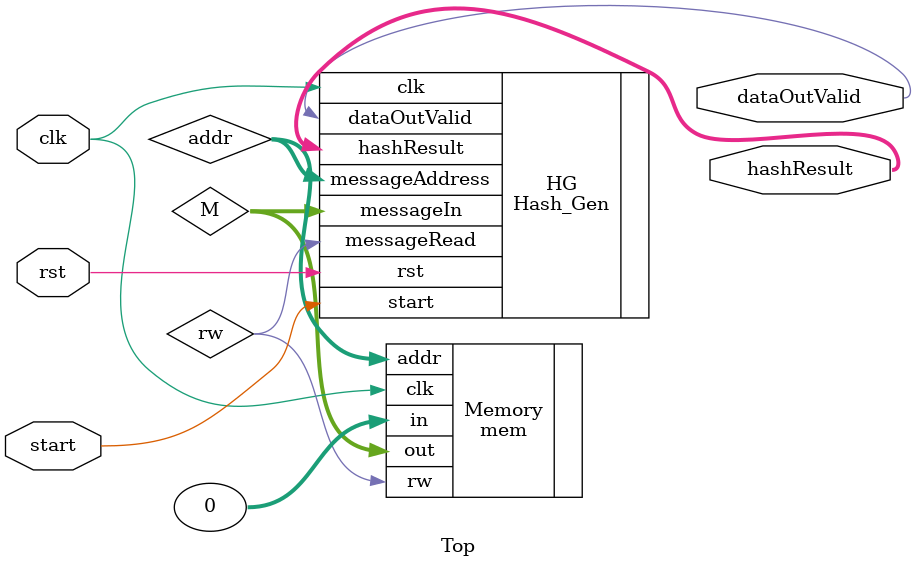
<source format=sv>
module Top(clk, rst, start, hashResult, dataOutValid);
	input clk, rst, start;
	output [31:0] hashResult;
	output dataOutValid;
	
	wire [3:0] addr;
	wire rw;
	wire [31:0] M;
	
	Hash_Gen HG(.clk(clk), .rst(rst), .start(start), .messageIn(M), .messageAddress(addr), .messageRead(rw), .hashResult(hashResult), .dataOutValid(dataOutValid));
	mem Memory(.addr(addr), .in(32'd0), .rw(rw), .clk(clk), .out(M));
endmodule

</source>
